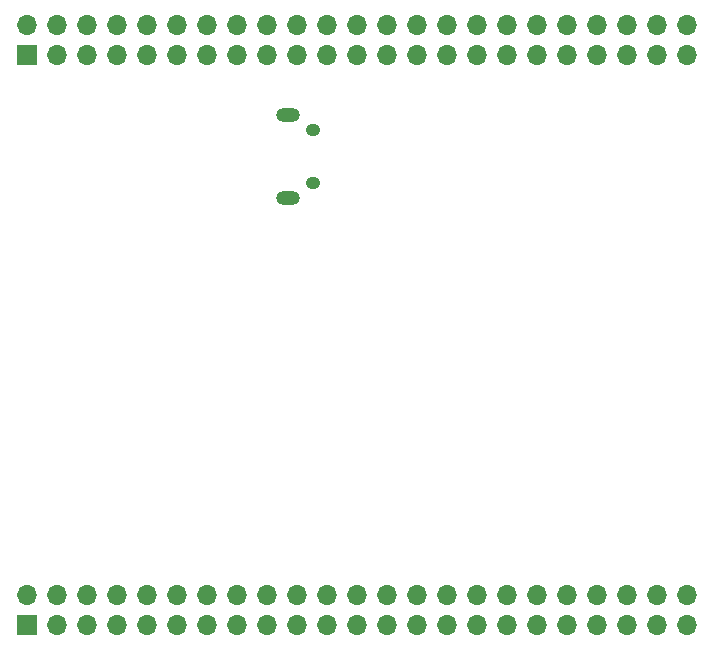
<source format=gbr>
%TF.GenerationSoftware,KiCad,Pcbnew,(5.1.9)-1*%
%TF.CreationDate,2021-11-09T16:08:34-06:00*%
%TF.ProjectId,SwitchBoard,53776974-6368-4426-9f61-72642e6b6963,rev?*%
%TF.SameCoordinates,Original*%
%TF.FileFunction,Soldermask,Bot*%
%TF.FilePolarity,Negative*%
%FSLAX46Y46*%
G04 Gerber Fmt 4.6, Leading zero omitted, Abs format (unit mm)*
G04 Created by KiCad (PCBNEW (5.1.9)-1) date 2021-11-09 16:08:34*
%MOMM*%
%LPD*%
G01*
G04 APERTURE LIST*
%ADD10O,1.700000X1.700000*%
%ADD11R,1.700000X1.700000*%
%ADD12O,1.200000X1.050000*%
%ADD13O,2.000000X1.200000*%
G04 APERTURE END LIST*
D10*
%TO.C,U3*%
X59690000Y4445000D03*
X59690000Y1905000D03*
X57150000Y4445000D03*
X57150000Y1905000D03*
X54610000Y4445000D03*
X54610000Y1905000D03*
X52070000Y4445000D03*
X52070000Y1905000D03*
X49530000Y4445000D03*
X49530000Y1905000D03*
X46990000Y4445000D03*
X46990000Y1905000D03*
X44450000Y4445000D03*
X44450000Y1905000D03*
X41910000Y4445000D03*
X41910000Y1905000D03*
X39370000Y4445000D03*
X39370000Y1905000D03*
X36830000Y4445000D03*
X36830000Y1905000D03*
X34290000Y4445000D03*
X34290000Y1905000D03*
X31750000Y4445000D03*
X31750000Y1905000D03*
X29210000Y4445000D03*
X29210000Y1905000D03*
X26670000Y4445000D03*
X26670000Y1905000D03*
X24130000Y4445000D03*
X24130000Y1905000D03*
X21590000Y4445000D03*
X21590000Y1905000D03*
X19050000Y4445000D03*
X19050000Y1905000D03*
X16510000Y4445000D03*
X16510000Y1905000D03*
X13970000Y4445000D03*
X13970000Y1905000D03*
X11430000Y4445000D03*
X11430000Y1905000D03*
X8890000Y4445000D03*
X8890000Y1905000D03*
X6350000Y4445000D03*
X6350000Y1905000D03*
X3810000Y4445000D03*
D11*
X3810000Y1905000D03*
%TD*%
D12*
%TO.C,J1*%
X28000800Y43830200D03*
X28000800Y39380200D03*
D13*
X25900800Y38105200D03*
X25900800Y45105200D03*
%TD*%
D11*
%TO.C,U1*%
X3810000Y50165000D03*
D10*
X3810000Y52705000D03*
X6350000Y50165000D03*
X6350000Y52705000D03*
X8890000Y50165000D03*
X8890000Y52705000D03*
X11430000Y50165000D03*
X11430000Y52705000D03*
X13970000Y50165000D03*
X13970000Y52705000D03*
X16510000Y50165000D03*
X16510000Y52705000D03*
X19050000Y50165000D03*
X19050000Y52705000D03*
X21590000Y50165000D03*
X21590000Y52705000D03*
X24130000Y50165000D03*
X24130000Y52705000D03*
X26670000Y50165000D03*
X26670000Y52705000D03*
X29210000Y50165000D03*
X29210000Y52705000D03*
X31750000Y50165000D03*
X31750000Y52705000D03*
X34290000Y50165000D03*
X34290000Y52705000D03*
X36830000Y50165000D03*
X36830000Y52705000D03*
X39370000Y50165000D03*
X39370000Y52705000D03*
X41910000Y50165000D03*
X41910000Y52705000D03*
X44450000Y50165000D03*
X44450000Y52705000D03*
X46990000Y50165000D03*
X46990000Y52705000D03*
X49530000Y50165000D03*
X49530000Y52705000D03*
X52070000Y50165000D03*
X52070000Y52705000D03*
X54610000Y50165000D03*
X54610000Y52705000D03*
X57150000Y50165000D03*
X57150000Y52705000D03*
X59690000Y50165000D03*
X59690000Y52705000D03*
%TD*%
M02*

</source>
